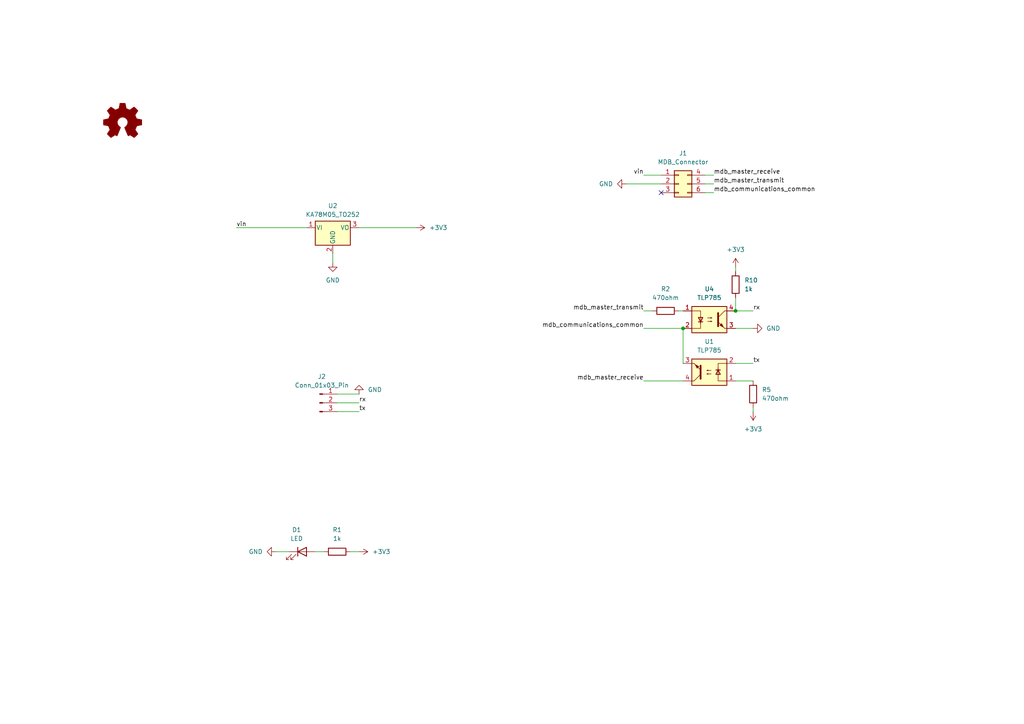
<source format=kicad_sch>
(kicad_sch (version 20250114) (generator "eeschema") (generator_version "9.0")
  (paper "A4")
  (lib_symbols
    (symbol "Connector:Conn_01x03_Pin" (pin_names (offset 1.016) (hide yes))
      (property "Reference" "J" (at 0 5.08 0))
      (property "Value" "Conn_01x03_Pin" (at 0 -5.08 0))
      (symbol "Conn_01x03_Pin_1_1"
        (rectangle (start 0.8636 2.667) (end 0 2.413) (stroke (width 0.1524)) (fill (type outline)))
        (rectangle (start 0.8636 0.127) (end 0 -0.127) (stroke (width 0.1524)) (fill (type outline)))
        (rectangle (start 0.8636 -2.413) (end 0 -2.667) (stroke (width 0.1524)) (fill (type outline)))
        (polyline (pts (xy 1.27 2.54) (xy 0.8636 2.54)) (stroke (width 0.1524)))
        (polyline (pts (xy 1.27 0) (xy 0.8636 0)) (stroke (width 0.1524)))
        (polyline (pts (xy 1.27 -2.54) (xy 0.8636 -2.54)) (stroke (width 0.1524)))
        (pin passive line (at 5.08 2.54 180) (length 3.81) (name "Pin_1") (number "1"))
        (pin passive line (at 5.08 0 180) (length 3.81) (name "Pin_2") (number "2"))
        (pin passive line (at 5.08 -2.54 180) (length 3.81) (name "Pin_3") (number "3"))
      )
    )
    (symbol "Connector_Generic:Conn_02x03_Top_Bottom" (pin_names (offset 1.016) (hide yes))
      (property "Reference" "J" (at 1.27 5.08 0))
      (property "Value" "Conn_02x03_Top_Bottom" (at 1.27 -5.08 0))
      (symbol "Conn_02x03_Top_Bottom_1_1"
        (rectangle (start -1.27 3.81) (end 3.81 -3.81) (stroke (width 0.254)) (fill (type background)))
        (rectangle (start -1.27 2.667) (end 0 2.413) (stroke (width 0.1524)))
        (rectangle (start -1.27 0.127) (end 0 -0.127) (stroke (width 0.1524)))
        (rectangle (start -1.27 -2.413) (end 0 -2.667) (stroke (width 0.1524)))
        (rectangle (start 3.81 2.667) (end 2.54 2.413) (stroke (width 0.1524)))
        (rectangle (start 3.81 0.127) (end 2.54 -0.127) (stroke (width 0.1524)))
        (rectangle (start 3.81 -2.413) (end 2.54 -2.667) (stroke (width 0.1524)))
        (pin passive line (at -5.08 2.54 0) (length 3.81) (name "Pin_1") (number "1"))
        (pin passive line (at -5.08 0 0) (length 3.81) (name "Pin_2") (number "2"))
        (pin passive line (at -5.08 -2.54 0) (length 3.81) (name "Pin_3") (number "3"))
        (pin passive line (at 7.62 2.54 180) (length 3.81) (name "Pin_4") (number "4"))
        (pin passive line (at 7.62 0 180) (length 3.81) (name "Pin_5") (number "5"))
        (pin passive line (at 7.62 -2.54 180) (length 3.81) (name "Pin_6") (number "6"))
      )
    )
    (symbol "Device:LED" (pin_numbers (hide yes)) (pin_names (offset 1.016) (hide yes))
      (property "Reference" "D" (at 0 2.54 0))
      (property "Value" "LED" (at 0 -2.54 0))
      (symbol "LED_0_1"
        (polyline (pts (xy -3.048 -0.762) (xy -4.572 -2.286) (xy -3.81 -2.286) (xy -4.572 -2.286) (xy -4.572 -1.524)))
        (polyline (pts (xy -1.778 -0.762) (xy -3.302 -2.286) (xy -2.54 -2.286) (xy -3.302 -2.286) (xy -3.302 -1.524)))
        (polyline (pts (xy -1.27 0) (xy 1.27 0)))
        (polyline (pts (xy -1.27 -1.27) (xy -1.27 1.27)) (stroke (width 0.254)))
        (polyline (pts (xy 1.27 -1.27) (xy 1.27 1.27) (xy -1.27 0) (xy 1.27 -1.27)) (stroke (width 0.254)))
      )
      (symbol "LED_1_1"
        (pin passive line (at -3.81 0 0) (length 2.54) (name "K") (number "1"))
        (pin passive line (at 3.81 0 180) (length 2.54) (name "A") (number "2"))
      )
    )
    (symbol "Device:R" (pin_numbers (hide yes)) (pin_names (offset 0))
      (property "Reference" "R" (at 2.032 0 90))
      (property "Value" "R" (at 0 0 90))
      (symbol "R_0_1"
        (rectangle (start -1.016 -2.54) (end 1.016 2.54) (stroke (width 0.254)))
      )
      (symbol "R_1_1"
        (pin passive line (at 0 3.81 270) (length 1.27) (name "~") (number "1"))
        (pin passive line (at 0 -3.81 90) (length 1.27) (name "~") (number "2"))
      )
    )
    (symbol "Graphic:Logo_Open_Hardware_Small" (in_bom no) (on_board no)
      (symbol "Logo_Open_Hardware_Small_0_1"
        (polyline (pts (xy 3.3528 -4.3434) (xy 3.302 -4.318) (xy 3.175 -4.2418) (xy 2.9972 -4.1148) (xy 2.7686 -3.9624) (xy 2.54 -3.81) (xy 2.3622 -3.7084) (xy 2.2352 -3.6068) (xy 2.1844 -3.5814) (xy 2.159 -3.6068) (xy 2.0574 -3.6576) (xy 1.905 -3.7338) (xy 1.8034 -3.7846) (xy 1.6764 -3.8354) (xy 1.6002 -3.8354) (xy 1.6002 -3.8354) (xy 1.5494 -3.7338) (xy 1.4732 -3.5306) (xy 1.3462 -3.302) (xy 1.2446 -3.0226) (xy 1.1176 -2.7178) (xy 0.9652 -2.413) (xy 0.8636 -2.1082) (xy 0.7366 -1.8288) (xy 0.6604 -1.6256) (xy 0.6096 -1.4732) (xy 0.5842 -1.397) (xy 0.5842 -1.397) (xy 0.6604 -1.3208) (xy 0.7874 -1.2446) (xy 1.0414 -1.016) (xy 1.2954 -0.6858) (xy 1.4478 -0.3302) (xy 1.524 0.0762) (xy 1.4732 0.4572) (xy 1.3208 0.8128) (xy 1.0668 1.143) (xy 0.762 1.3716) (xy 0.4064 1.524) (xy 0 1.5748) (xy -0.381 1.5494) (xy -0.7366 1.397) (xy -1.0668 1.143) (xy -1.2192 0.9906) (xy -1.397 0.6604) (xy -1.524 0.3048) (xy -1.524 0.2286) (xy -1.4986 -0.1778) (xy -1.397 -0.5334) (xy -1.1938 -0.8636) (xy -0.9144 -1.143) (xy -0.8636 -1.1684) (xy -0.7366 -1.27) (xy -0.635 -1.3462) (xy -0.5842 -1.397) (xy -1.0668 -2.5908) (xy -1.143 -2.794) (xy -1.2954 -3.1242) (xy -1.397 -3.4036) (xy -1.4986 -3.6322) (xy -1.5748 -3.7846) (xy -1.6002 -3.8354) (xy -1.6002 -3.8354) (xy -1.651 -3.8354) (xy -1.7272 -3.81) (xy -1.905 -3.7338) (xy -2.0066 -3.683) (xy -2.1336 -3.6068) (xy -2.2098 -3.5814) (xy -2.2606 -3.6068) (xy -2.3622 -3.683) (xy -2.54 -3.81) (xy -2.7686 -3.9624) (xy -2.9718 -4.0894) (xy -3.1496 -4.2164) (xy -3.302 -4.318) (xy -3.3528 -4.3434) (xy -3.3782 -4.3434) (xy -3.429 -4.318) (xy -3.5306 -4.2164) (xy -3.7084 -4.064) (xy -3.937 -3.8354) (xy -3.9624 -3.81) (xy -4.1656 -3.6068) (xy -4.318 -3.4544) (xy -4.4196 -3.3274) (xy -4.445 -3.2766) (xy -4.445 -3.2766) (xy -4.4196 -3.2258) (xy -4.318 -3.0734) (xy -4.2164 -2.8956) (xy -4.064 -2.667) (xy -3.6576 -2.0828) (xy -3.8862 -1.5494) (xy -3.937 -1.3716) (xy -4.0386 -1.1684) (xy -4.0894 -1.0414) (xy -4.1148 -0.9652) (xy -4.191 -0.9398) (xy -4.318 -0.9144) (xy -4.5466 -0.8636) (xy -4.8006 -0.8128) (xy -5.0546 -0.7874) (xy -5.2578 -0.7366) (xy -5.4356 -0.7112) (xy -5.5118 -0.6858) (xy -5.5118 -0.6858) (xy -5.5372 -0.635) (xy -5.5372 -0.5588) (xy -5.5372 -0.4318) (xy -5.5626 -0.2286) (xy -5.5626 0.0762) (xy -5.5626 0.127) (xy -5.5372 0.4064) (xy -5.5372 0.635) (xy -5.5372 0.762) (xy -5.5372 0.8382) (xy -5.5372 0.8382) (xy -5.461 0.8382) (xy -5.3086 0.889) (xy -5.08 0.9144) (xy -4.826 0.9652) (xy -4.8006 0.9906) (xy -4.5466 1.0414) (xy -4.318 1.0668) (xy -4.1656 1.1176) (xy -4.0894 1.143) (xy -4.0894 1.143) (xy -4.0386 1.2446) (xy -3.9624 1.4224) (xy -3.8608 1.6256) (xy -3.7846 1.8288) (xy -3.7084 2.0066) (xy -3.6576 2.159) (xy -3.6322 2.2098) (xy -3.6322 2.2098) (xy -3.683 2.286) (xy -3.7592 2.413) (xy -3.8862 2.5908) (xy -4.064 2.8194) (xy -4.064 2.8448) (xy -4.2164 3.0734) (xy -4.3434 3.2512) (xy -4.4196 3.3782) (xy -4.445 3.4544) (xy -4.445 3.4544) (xy -4.3942 3.5052) (xy -4.2926 3.6322) (xy -4.1148 3.81) (xy -3.937 4.0132) (xy -3.8608 4.064) (xy -3.6576 4.2926) (xy -3.5052 4.4196) (xy -3.4036 4.4958) (xy -3.3528 4.5212) (xy -3.3528 4.5212) (xy -3.302 4.4704) (xy -3.1496 4.3688) (xy -2.9718 4.2418) (xy -2.7432 4.0894) (xy -2.7178 4.0894) (xy -2.4892 3.937) (xy -2.3114 3.81) (xy -2.1844 3.7084) (xy -2.1336 3.683) (xy -2.1082 3.683) (xy -2.032 3.7084) (xy -1.8542 3.7592) (xy -1.6764 3.8354) (xy -1.4732 3.937) (xy -1.27 4.0132) (xy -1.143 4.064) (xy -1.0668 4.1148) (xy -1.0668 4.1148) (xy -1.0414 4.191) (xy -1.016 4.3434) (xy -0.9652 4.572) (xy -0.9144 4.8514) (xy -0.889 4.9022) (xy -0.8382 5.1562) (xy -0.8128 5.3848) (xy -0.7874 5.5372) (xy -0.762 5.588) (xy -0.7112 5.6134) (xy -0.5842 5.6134) (xy -0.4064 5.6134) (xy -0.1524 5.6134) (xy 0.0762 5.6134) (xy 0.3302 5.6134) (xy 0.5334 5.6134) (xy 0.6858 5.588) (xy 0.7366 5.588) (xy 0.7366 5.588) (xy 0.762 5.5118) (xy 0.8128 5.334) (xy 0.8382 5.1054) (xy 0.9144 4.826) (xy 0.9144 4.7752) (xy 0.9652 4.5212) (xy 1.016 4.2926) (xy 1.0414 4.1402) (xy 1.0668 4.0894) (xy 1.0668 4.0894) (xy 1.1938 4.0386) (xy 1.3716 3.9624) (xy 1.5748 3.8608) (xy 2.0828 3.6576) (xy 2.7178 4.0894) (xy 2.7686 4.1402) (xy 2.9972 4.2926) (xy 3.175 4.4196) (xy 3.302 4.4958) (xy 3.3782 4.5212) (xy 3.3782 4.5212) (xy 3.429 4.4704) (xy 3.556 4.3434) (xy 3.7338 4.191) (xy 3.9116 3.9878) (xy 4.064 3.8354) (xy 4.2418 3.6576) (xy 4.3434 3.556) (xy 4.4196 3.4798) (xy 4.4196 3.429) (xy 4.4196 3.4036) (xy 4.3942 3.3274) (xy 4.2926 3.2004) (xy 4.1656 2.9972) (xy 4.0132 2.794) (xy 3.8862 2.5908) (xy 3.7592 2.3876) (xy 3.6576 2.2352) (xy 3.6322 2.159) (xy 3.6322 2.1336) (xy 3.683 2.0066) (xy 3.7592 1.8288) (xy 3.8608 1.6002) (xy 4.064 1.1176) (xy 4.3942 1.0414) (xy 4.5974 1.016) (xy 4.8768 0.9652) (xy 5.1308 0.9144) (xy 5.5372 0.8382) (xy 5.5626 -0.6604) (xy 5.4864 -0.6858) (xy 5.4356 -0.6858) (xy 5.2832 -0.7366) (xy 5.0546 -0.762) (xy 4.8006 -0.8128) (xy 4.5974 -0.8636) (xy 4.3688 -0.9144) (xy 4.2164 -0.9398) (xy 4.1402 -0.9398) (xy 4.1148 -0.9652) (xy 4.064 -1.0668) (xy 3.9878 -1.2446) (xy 3.9116 -1.4478) (xy 3.81 -1.651) (xy 3.7338 -1.8542) (xy 3.683 -2.0066) (xy 3.6576 -2.0828) (xy 3.683 -2.1336) (xy 3.7846 -2.2606) (xy 3.8862 -2.4638) (xy 4.0386 -2.667) (xy 4.191 -2.8956) (xy 4.318 -3.0734) (xy 4.3942 -3.2004) (xy 4.445 -3.2766) (xy 4.4196 -3.3274) (xy 4.3434 -3.429) (xy 4.1656 -3.5814) (xy 3.937 -3.8354) (xy 3.8862 -3.8608) (xy 3.683 -4.064) (xy 3.5306 -4.2164) (xy 3.4036 -4.318) (xy 3.3528 -4.3434)) (fill (type outline)))
      )
    )
    (symbol "Isolator:TLP785" (pin_names (offset 1.016))
      (property "Reference" "U" (at -5.08 5.08 0))
      (property "Value" "TLP785" (at 0 5.08 0))
      (symbol "TLP785_0_1"
        (rectangle (start -5.08 3.81) (end 5.08 -3.81) (stroke (width 0.254)) (fill (type background)))
        (polyline (pts (xy -5.08 2.54) (xy -2.54 2.54) (xy -2.54 -1.27) (xy -2.54 0.635)))
        (polyline (pts (xy -3.175 -0.635) (xy -1.905 -0.635)) (stroke (width 0.254)))
        (polyline (pts (xy -2.54 -0.635) (xy -2.54 -2.54) (xy -5.08 -2.54)))
        (polyline (pts (xy -2.54 -0.635) (xy -3.175 0.635) (xy -1.905 0.635) (xy -2.54 -0.635)) (stroke (width 0.254)))
        (polyline (pts (xy -0.508 0.508) (xy 0.762 0.508) (xy 0.381 0.381) (xy 0.381 0.635) (xy 0.762 0.508)))
        (polyline (pts (xy -0.508 -0.508) (xy 0.762 -0.508) (xy 0.381 -0.635) (xy 0.381 -0.381) (xy 0.762 -0.508)))
        (polyline (pts (xy 2.54 1.905) (xy 2.54 -1.905)) (stroke (width 0.508)))
        (polyline (pts (xy 2.54 0.635) (xy 4.445 2.54)))
        (polyline (pts (xy 3.048 -1.651) (xy 3.556 -1.143) (xy 4.064 -2.159) (xy 3.048 -1.651)) (fill (type outline)))
        (polyline (pts (xy 4.445 2.54) (xy 5.08 2.54)))
        (polyline (pts (xy 4.445 -2.54) (xy 2.54 -0.635)) (fill (type outline)))
        (polyline (pts (xy 4.445 -2.54) (xy 5.08 -2.54)))
      )
      (symbol "TLP785_1_1"
        (pin passive line (at -7.62 2.54 0) (length 2.54) (name "~") (number "1"))
        (pin passive line (at -7.62 -2.54 0) (length 2.54) (name "~") (number "2"))
        (pin passive line (at 7.62 2.54 180) (length 2.54) (name "~") (number "4"))
        (pin passive line (at 7.62 -2.54 180) (length 2.54) (name "~") (number "3"))
      )
    )
    (symbol "Regulator_Linear:KA78M05_TO252" (pin_names (offset 0.254))
      (property "Reference" "U" (at -3.81 3.175 0))
      (property "Value" "KA78M05_TO252" (at 0 3.175 0))
      (symbol "KA78M05_TO252_0_1"
        (rectangle (start -5.08 1.905) (end 5.08 -5.08) (stroke (width 0.254)) (fill (type background)))
      )
      (symbol "KA78M05_TO252_1_1"
        (pin power_in line (at -7.62 0 0) (length 2.54) (name "VI") (number "1"))
        (pin power_in line (at 0 -7.62 90) (length 2.54) (name "GND") (number "2"))
        (pin power_out line (at 7.62 0 180) (length 2.54) (name "VO") (number "3"))
      )
    )
    (symbol "power:+3V3" (power) (pin_names (offset 0))
      (property "Value" "+3V3" (at 0 3.556 0))
      (symbol "+3V3_0_1"
        (polyline (pts (xy -0.762 1.27) (xy 0 2.54)))
        (polyline (pts (xy 0 2.54) (xy 0.762 1.27)))
        (polyline (pts (xy 0 0) (xy 0 2.54)))
      )
      (symbol "+3V3_1_1"
        (pin power_in line (at 0 0 90) (length 0) (hide yes) (name "+3V3") (number "1"))
      )
    )
    (symbol "power:GND" (power) (pin_names (offset 0))
      (property "Value" "GND" (at 0 -3.81 0))
      (symbol "GND_0_1"
        (polyline (pts (xy 0 0) (xy 0 -1.27) (xy 1.27 -1.27) (xy 0 -2.54) (xy -1.27 -1.27) (xy 0 -1.27)))
      )
      (symbol "GND_1_1"
        (pin power_in line (at 0 0 270) (length 0) (hide yes) (name "GND") (number "1"))
      )
    )
  )
  (junction (at 198.12 95.25))
  (junction (at 213.36 90.17))
  (no_connect (at 191.77 55.88))
  (wire (pts (xy 186.69 95.25) (xy 198.12 95.25)))
  (wire (pts (xy 186.69 90.17) (xy 189.23 90.17)))
  (wire (pts (xy 213.36 95.25) (xy 218.44 95.25)))
  (wire (pts (xy 80.01 160.02) (xy 83.82 160.02)))
  (wire (pts (xy 204.47 55.88) (xy 207.01 55.88)))
  (wire (pts (xy 218.44 118.11) (xy 218.44 119.38)))
  (wire (pts (xy 68.58 66.04) (xy 88.9 66.04)))
  (wire (pts (xy 104.14 116.84) (xy 97.79 116.84)))
  (wire (pts (xy 104.14 66.04) (xy 120.65 66.04)))
  (wire (pts (xy 213.36 90.17) (xy 218.44 90.17)))
  (wire (pts (xy 101.6 160.02) (xy 104.14 160.02)))
  (wire (pts (xy 204.47 53.34) (xy 207.01 53.34)))
  (wire (pts (xy 104.14 114.3) (xy 97.79 114.3)))
  (wire (pts (xy 186.69 50.8) (xy 191.77 50.8)))
  (wire (pts (xy 213.36 105.41) (xy 218.44 105.41)))
  (wire (pts (xy 91.44 160.02) (xy 93.98 160.02)))
  (wire (pts (xy 181.61 53.34) (xy 191.77 53.34)))
  (wire (pts (xy 186.69 110.49) (xy 198.12 110.49)))
  (wire (pts (xy 104.14 119.38) (xy 97.79 119.38)))
  (wire (pts (xy 196.85 90.17) (xy 198.12 90.17)))
  (wire (pts (xy 213.36 77.47) (xy 213.36 78.74)))
  (wire (pts (xy 96.52 73.66) (xy 96.52 76.2)))
  (wire (pts (xy 213.36 86.36) (xy 213.36 90.17)))
  (wire (pts (xy 204.47 50.8) (xy 207.01 50.8)))
  (wire (pts (xy 198.12 95.25) (xy 198.12 105.41)))
  (wire (pts (xy 213.36 110.49) (xy 218.44 110.49)))
  (label "tx" (at 218.44 105.41 0))
  (label "rx" (at 218.44 90.17 0))
  (label "mdb_master_receive" (at 186.69 110.49 180))
  (label "mdb_master_transmit" (at 186.69 90.17 180))
  (label "mdb_master_receive" (at 207.01 50.8 0))
  (label "mdb_communications_common" (at 207.01 55.88 0))
  (label "tx" (at 104.14 119.38 0))
  (label "vin" (at 68.58 66.04 0))
  (label "mdb_master_transmit" (at 207.01 53.34 0))
  (label "rx" (at 104.14 116.84 0))
  (label "vin" (at 186.69 50.8 180))
  (label "mdb_communications_common" (at 186.69 95.25 180))
  (symbol (lib_id "power:+3V3") (at 213.36 77.47 0) (unit 1)
    (property "Reference" "#PWR012" (effects (hide yes)))
    (property "Value" "+3V3" (at 213.36 72.39 0))
  )
  (symbol (lib_id "power:+3V3") (at 218.44 119.38 180) (unit 1)
    (property "Reference" "#PWR019" (effects (hide yes)))
    (property "Value" "+3V3" (at 218.44 124.46 0))
  )
  (symbol (lib_id "Isolator:TLP785") (at 205.74 92.71 0) (unit 1)
    (property "Reference" "U4" (at 205.74 83.82 0))
    (property "Value" "TLP785" (at 205.74 86.36 0))
    (property "Footprint" "Package_SO:SOP-4_3.8x4.1mm_P2.54mm" (effects (hide yes)))
    (property "Datasheet" "https://toshiba.semicon-storage.com/info/docget.jsp?did=10569&prodName=TLP785" (effects (hide yes)))
    (property "Description" "DC Optocoupler, Vce 80V, CTR 50-200%, DIP4" (effects (hide yes)))
    (property "LCSC#" "C128776" (effects (hide yes)))
  )
  (symbol (lib_id "Graphic:Logo_Open_Hardware_Small") (at 35.56 35.56 0) (unit 1) (exclude_from_sim yes) (in_bom no)
    (property "Reference" "#SYM2" (effects (hide yes)))
    (property "Value" "Logo_Open_Hardware_Small" (effects (hide yes)))
    (property "Footprint" "Symbol:OSHW-Logo2_14.6x12mm_SilkScreen" (effects (hide yes)))
    (property "Description" "Open Hardware logo, small" (effects (hide yes)))
  )
  (symbol (lib_id "Device:R") (at 218.44 114.3 180) (unit 1)
    (property "Reference" "R5" (at 220.98 113.0299 0) (effects (justify right)))
    (property "Value" "470ohm" (at 220.98 115.5699 0) (effects (justify right)))
    (property "Footprint" "Resistor_SMD:R_0603_1608Metric" (effects (hide yes)))
    (property "Description" "Resistor" (effects (hide yes)))
    (property "LCSC#" "C114669" (effects (hide yes)))
  )
  (symbol (lib_id "Connector:Conn_01x03_Pin") (at 92.71 116.84 0) (unit 1)
    (property "Reference" "J2" (at 93.345 109.22 0))
    (property "Value" "Conn_01x03_Pin" (at 93.345 111.76 0))
    (property "Footprint" "Connector_PinHeader_2.54mm:PinHeader_1x03_P2.54mm_Vertical" (effects (hide yes)))
    (property "Description" "Generic connector, single row, 01x03, script generated" (effects (hide yes)))
  )
  (symbol (lib_id "power:GND") (at 218.44 95.25 90) (unit 1)
    (property "Reference" "#PWR016" (effects (hide yes)))
    (property "Value" "GND" (at 222.25 95.2499 90) (effects (justify right)))
  )
  (symbol (lib_id "Device:LED") (at 87.63 160.02 0) (unit 1)
    (property "Reference" "D1" (at 86.0425 153.67 0))
    (property "Value" "LED" (at 86.0425 156.21 0))
    (property "Footprint" "LED_SMD:LED_0603_1608Metric" (effects (hide yes)))
    (property "Description" "Light emitting diode" (effects (hide yes)))
    (property "Sim.Pins" "1=K 2=A" (effects (hide yes)))
  )
  (symbol (lib_id "Device:R") (at 213.36 82.55 0) (unit 1)
    (property "Reference" "R10" (at 215.9 81.2799 0) (effects (justify left)))
    (property "Value" "1k" (at 215.9 83.8199 0) (effects (justify left)))
    (property "Footprint" "Resistor_SMD:R_0603_1608Metric" (effects (hide yes)))
    (property "LCSC#" "C2907113" (effects (hide yes)))
  )
  (symbol (lib_id "Isolator:TLP785") (at 205.74 107.95 180) (unit 1)
    (property "Reference" "U1" (at 205.74 99.06 0))
    (property "Value" "TLP785" (at 205.74 101.6 0))
    (property "Footprint" "Package_SO:SOP-4_3.8x4.1mm_P2.54mm" (effects (hide yes)))
    (property "Datasheet" "https://toshiba.semicon-storage.com/info/docget.jsp?did=10569&prodName=TLP785" (effects (hide yes)))
    (property "Description" "DC Optocoupler, Vce 80V, CTR 50-200%, DIP4" (effects (hide yes)))
    (property "LCSC#" "C128776" (effects (hide yes)))
  )
  (symbol (lib_id "power:GND") (at 181.61 53.34 270) (unit 1)
    (property "Reference" "#PWR04" (effects (hide yes)))
    (property "Value" "GND" (at 177.8 53.3399 90) (effects (justify right)))
  )
  (symbol (lib_id "Connector_Generic:Conn_02x03_Top_Bottom") (at 196.85 53.34 0) (unit 1)
    (property "Reference" "J1" (at 198.12 44.45 0))
    (property "Value" "MDB_Connector" (at 198.12 46.99 0))
    (property "Footprint" "Connector_Molex:Molex_Mini-Fit_Jr_5566-06A_2x03_P4.20mm_Vertical" (effects (hide yes)))
    (property "Description" "Generic connector, double row, 02x03, top/bottom pin numbering scheme (row 1: 1...pins_per_row, row2: pins_per_row+1 ... num_pins), script generated (kicad-library-utils/schlib/autogen/connector/)" (effects (hide yes)))
    (property "LCSC#" "C22365656" (effects (hide yes)))
    (property "LCSC2#" "C22365701" (effects (hide yes)))
  )
  (symbol (lib_id "power:+3V3") (at 104.14 160.02 270) (unit 1)
    (property "Reference" "#PWR02" (effects (hide yes)))
    (property "Value" "+3V3" (at 107.95 160.0199 90) (effects (justify left)))
  )
  (symbol (lib_id "Device:R") (at 97.79 160.02 90) (unit 1)
    (property "Reference" "R1" (at 97.79 153.67 90))
    (property "Value" "1k" (at 97.79 156.21 90))
    (property "Footprint" "Resistor_SMD:R_0603_1608Metric" (effects (hide yes)))
    (property "LCSC#" "C2907113" (effects (hide yes)))
  )
  (symbol (lib_id "power:+3V3") (at 120.65 66.04 270) (unit 1)
    (property "Reference" "#PWR044" (effects (hide yes)))
    (property "Value" "+3V3" (at 124.46 66.0399 90) (effects (justify left)))
  )
  (symbol (lib_id "power:GND") (at 80.01 160.02 270) (unit 1)
    (property "Reference" "#PWR01" (effects (hide yes)))
    (property "Value" "GND" (at 76.2 160.0199 90) (effects (justify right)))
  )
  (symbol (lib_id "Regulator_Linear:KA78M05_TO252") (at 96.52 66.04 0) (unit 1)
    (property "Reference" "U2" (at 96.52 59.69 0))
    (property "Value" "KA78M05_TO252" (at 96.52 62.23 0))
    (property "Footprint" "Package_TO_SOT_SMD:TO-252-2" (effects (hide yes)))
    (property "Datasheet" "https://www.onsemi.com/pub/Collateral/MC78M00-D.PDF" (effects (hide yes)))
    (property "Description" "Positive 500mA 35V Linear Regulator, Fixed Output 5V, TO-252 (D-PAK)" (effects (hide yes)))
    (property "LCSC#" "C22395385" (effects (hide yes)))
  )
  (symbol (lib_id "Device:R") (at 193.04 90.17 90) (unit 1)
    (property "Reference" "R2" (at 193.04 83.82 90))
    (property "Value" "470ohm" (at 193.04 86.36 90))
    (property "Footprint" "Resistor_SMD:R_0603_1608Metric" (effects (hide yes)))
    (property "Description" "Resistor" (effects (hide yes)))
    (property "LCSC#" "C114669" (effects (hide yes)))
  )
  (symbol (lib_id "power:GND") (at 104.14 114.3 180) (unit 1)
    (property "Reference" "#PWR03" (effects (hide yes)))
    (property "Value" "GND" (at 106.68 113.0299 0) (effects (justify right)))
  )
  (symbol (lib_id "power:GND") (at 96.52 76.2 0) (unit 1)
    (property "Reference" "#PWR045" (effects (hide yes)))
    (property "Value" "GND" (at 96.52 81.28 0))
  )
)
</source>
